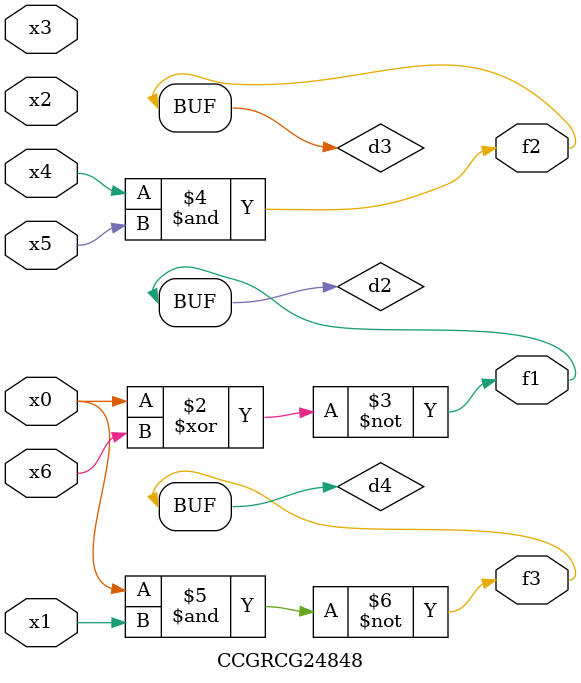
<source format=v>
module CCGRCG24848(
	input x0, x1, x2, x3, x4, x5, x6,
	output f1, f2, f3
);

	wire d1, d2, d3, d4;

	nor (d1, x0);
	xnor (d2, x0, x6);
	and (d3, x4, x5);
	nand (d4, x0, x1);
	assign f1 = d2;
	assign f2 = d3;
	assign f3 = d4;
endmodule

</source>
